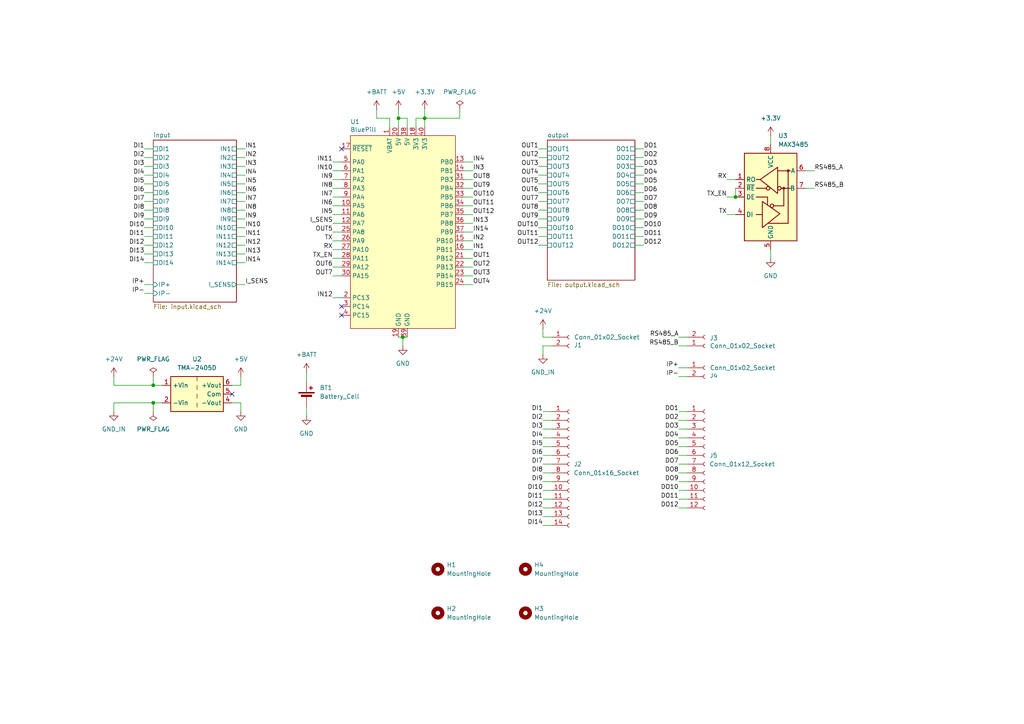
<source format=kicad_sch>
(kicad_sch (version 20231120) (generator "eeschema") (generator_version "8.0")
  (paper "A4")
  (lib_symbols
    (symbol "Connector:Conn_01x02_Socket" (pin_names (offset 1.016) hide)
      (property "Reference" "J" (at 0 2.54 0))
      (property "Value" "Conn_01x02_Socket" (at 0 -5.08 0))
      (symbol "Conn_01x02_Socket_1_1"
        (arc (start 0 -2.032) (mid -0.5058 -2.54) (end 0 -3.048) (stroke (width 0.1524)))
        (polyline (pts (xy -1.27 -2.54) (xy -0.508 -2.54)) (stroke (width 0.1524)))
        (polyline (pts (xy -1.27 0) (xy -0.508 0)) (stroke (width 0.1524)))
        (arc (start 0 0.508) (mid -0.5058 0) (end 0 -0.508) (stroke (width 0.1524)))
        (pin passive line (at -5.08 0 0) (length 3.81) (name "Pin_1") (number "1"))
        (pin passive line (at -5.08 -2.54 0) (length 3.81) (name "Pin_2") (number "2"))
      )
    )
    (symbol "Connector:Conn_01x12_Socket" (pin_names (offset 1.016) hide)
      (property "Reference" "J" (at 0 15.24 0))
      (property "Value" "Conn_01x12_Socket" (at 0 -17.78 0))
      (symbol "Conn_01x12_Socket_1_1"
        (arc (start 0 -14.732) (mid -0.5058 -15.24) (end 0 -15.748) (stroke (width 0.1524)))
        (arc (start 0 -12.192) (mid -0.5058 -12.7) (end 0 -13.208) (stroke (width 0.1524)))
        (arc (start 0 -9.652) (mid -0.5058 -10.16) (end 0 -10.668) (stroke (width 0.1524)))
        (arc (start 0 -7.112) (mid -0.5058 -7.62) (end 0 -8.128) (stroke (width 0.1524)))
        (arc (start 0 -4.572) (mid -0.5058 -5.08) (end 0 -5.588) (stroke (width 0.1524)))
        (arc (start 0 -2.032) (mid -0.5058 -2.54) (end 0 -3.048) (stroke (width 0.1524)))
        (polyline (pts (xy -1.27 -15.24) (xy -0.508 -15.24)) (stroke (width 0.1524)))
        (polyline (pts (xy -1.27 -12.7) (xy -0.508 -12.7)) (stroke (width 0.1524)))
        (polyline (pts (xy -1.27 -10.16) (xy -0.508 -10.16)) (stroke (width 0.1524)))
        (polyline (pts (xy -1.27 -7.62) (xy -0.508 -7.62)) (stroke (width 0.1524)))
        (polyline (pts (xy -1.27 -5.08) (xy -0.508 -5.08)) (stroke (width 0.1524)))
        (polyline (pts (xy -1.27 -2.54) (xy -0.508 -2.54)) (stroke (width 0.1524)))
        (polyline (pts (xy -1.27 0) (xy -0.508 0)) (stroke (width 0.1524)))
        (polyline (pts (xy -1.27 2.54) (xy -0.508 2.54)) (stroke (width 0.1524)))
        (polyline (pts (xy -1.27 5.08) (xy -0.508 5.08)) (stroke (width 0.1524)))
        (polyline (pts (xy -1.27 7.62) (xy -0.508 7.62)) (stroke (width 0.1524)))
        (polyline (pts (xy -1.27 10.16) (xy -0.508 10.16)) (stroke (width 0.1524)))
        (polyline (pts (xy -1.27 12.7) (xy -0.508 12.7)) (stroke (width 0.1524)))
        (arc (start 0 0.508) (mid -0.5058 0) (end 0 -0.508) (stroke (width 0.1524)))
        (arc (start 0 3.048) (mid -0.5058 2.54) (end 0 2.032) (stroke (width 0.1524)))
        (arc (start 0 5.588) (mid -0.5058 5.08) (end 0 4.572) (stroke (width 0.1524)))
        (arc (start 0 8.128) (mid -0.5058 7.62) (end 0 7.112) (stroke (width 0.1524)))
        (arc (start 0 10.668) (mid -0.5058 10.16) (end 0 9.652) (stroke (width 0.1524)))
        (arc (start 0 13.208) (mid -0.5058 12.7) (end 0 12.192) (stroke (width 0.1524)))
        (pin passive line (at -5.08 12.7 0) (length 3.81) (name "Pin_1") (number "1"))
        (pin passive line (at -5.08 -10.16 0) (length 3.81) (name "Pin_10") (number "10"))
        (pin passive line (at -5.08 -12.7 0) (length 3.81) (name "Pin_11") (number "11"))
        (pin passive line (at -5.08 -15.24 0) (length 3.81) (name "Pin_12") (number "12"))
        (pin passive line (at -5.08 10.16 0) (length 3.81) (name "Pin_2") (number "2"))
        (pin passive line (at -5.08 7.62 0) (length 3.81) (name "Pin_3") (number "3"))
        (pin passive line (at -5.08 5.08 0) (length 3.81) (name "Pin_4") (number "4"))
        (pin passive line (at -5.08 2.54 0) (length 3.81) (name "Pin_5") (number "5"))
        (pin passive line (at -5.08 0 0) (length 3.81) (name "Pin_6") (number "6"))
        (pin passive line (at -5.08 -2.54 0) (length 3.81) (name "Pin_7") (number "7"))
        (pin passive line (at -5.08 -5.08 0) (length 3.81) (name "Pin_8") (number "8"))
        (pin passive line (at -5.08 -7.62 0) (length 3.81) (name "Pin_9") (number "9"))
      )
    )
    (symbol "Connector:Conn_01x14_Socket" (pin_names (offset 1.016) hide)
      (property "Reference" "J" (at 0 17.78 0))
      (property "Value" "Conn_01x14_Socket" (at 0 -20.32 0))
      (symbol "Conn_01x14_Socket_1_1"
        (arc (start 0 -17.272) (mid -0.5058 -17.78) (end 0 -18.288) (stroke (width 0.1524)))
        (arc (start 0 -14.732) (mid -0.5058 -15.24) (end 0 -15.748) (stroke (width 0.1524)))
        (arc (start 0 -12.192) (mid -0.5058 -12.7) (end 0 -13.208) (stroke (width 0.1524)))
        (arc (start 0 -9.652) (mid -0.5058 -10.16) (end 0 -10.668) (stroke (width 0.1524)))
        (arc (start 0 -7.112) (mid -0.5058 -7.62) (end 0 -8.128) (stroke (width 0.1524)))
        (arc (start 0 -4.572) (mid -0.5058 -5.08) (end 0 -5.588) (stroke (width 0.1524)))
        (arc (start 0 -2.032) (mid -0.5058 -2.54) (end 0 -3.048) (stroke (width 0.1524)))
        (polyline (pts (xy -1.27 -17.78) (xy -0.508 -17.78)) (stroke (width 0.1524)))
        (polyline (pts (xy -1.27 -15.24) (xy -0.508 -15.24)) (stroke (width 0.1524)))
        (polyline (pts (xy -1.27 -12.7) (xy -0.508 -12.7)) (stroke (width 0.1524)))
        (polyline (pts (xy -1.27 -10.16) (xy -0.508 -10.16)) (stroke (width 0.1524)))
        (polyline (pts (xy -1.27 -7.62) (xy -0.508 -7.62)) (stroke (width 0.1524)))
        (polyline (pts (xy -1.27 -5.08) (xy -0.508 -5.08)) (stroke (width 0.1524)))
        (polyline (pts (xy -1.27 -2.54) (xy -0.508 -2.54)) (stroke (width 0.1524)))
        (polyline (pts (xy -1.27 0) (xy -0.508 0)) (stroke (width 0.1524)))
        (polyline (pts (xy -1.27 2.54) (xy -0.508 2.54)) (stroke (width 0.1524)))
        (polyline (pts (xy -1.27 5.08) (xy -0.508 5.08)) (stroke (width 0.1524)))
        (polyline (pts (xy -1.27 7.62) (xy -0.508 7.62)) (stroke (width 0.1524)))
        (polyline (pts (xy -1.27 10.16) (xy -0.508 10.16)) (stroke (width 0.1524)))
        (polyline (pts (xy -1.27 12.7) (xy -0.508 12.7)) (stroke (width 0.1524)))
        (polyline (pts (xy -1.27 15.24) (xy -0.508 15.24)) (stroke (width 0.1524)))
        (arc (start 0 0.508) (mid -0.5058 0) (end 0 -0.508) (stroke (width 0.1524)))
        (arc (start 0 3.048) (mid -0.5058 2.54) (end 0 2.032) (stroke (width 0.1524)))
        (arc (start 0 5.588) (mid -0.5058 5.08) (end 0 4.572) (stroke (width 0.1524)))
        (arc (start 0 8.128) (mid -0.5058 7.62) (end 0 7.112) (stroke (width 0.1524)))
        (arc (start 0 10.668) (mid -0.5058 10.16) (end 0 9.652) (stroke (width 0.1524)))
        (arc (start 0 13.208) (mid -0.5058 12.7) (end 0 12.192) (stroke (width 0.1524)))
        (arc (start 0 15.748) (mid -0.5058 15.24) (end 0 14.732) (stroke (width 0.1524)))
        (pin passive line (at -5.08 15.24 0) (length 3.81) (name "Pin_1") (number "1"))
        (pin passive line (at -5.08 -7.62 0) (length 3.81) (name "Pin_10") (number "10"))
        (pin passive line (at -5.08 -10.16 0) (length 3.81) (name "Pin_11") (number "11"))
        (pin passive line (at -5.08 -12.7 0) (length 3.81) (name "Pin_12") (number "12"))
        (pin passive line (at -5.08 -15.24 0) (length 3.81) (name "Pin_13") (number "13"))
        (pin passive line (at -5.08 -17.78 0) (length 3.81) (name "Pin_14") (number "14"))
        (pin passive line (at -5.08 12.7 0) (length 3.81) (name "Pin_2") (number "2"))
        (pin passive line (at -5.08 10.16 0) (length 3.81) (name "Pin_3") (number "3"))
        (pin passive line (at -5.08 7.62 0) (length 3.81) (name "Pin_4") (number "4"))
        (pin passive line (at -5.08 5.08 0) (length 3.81) (name "Pin_5") (number "5"))
        (pin passive line (at -5.08 2.54 0) (length 3.81) (name "Pin_6") (number "6"))
        (pin passive line (at -5.08 0 0) (length 3.81) (name "Pin_7") (number "7"))
        (pin passive line (at -5.08 -2.54 0) (length 3.81) (name "Pin_8") (number "8"))
        (pin passive line (at -5.08 -5.08 0) (length 3.81) (name "Pin_9") (number "9"))
      )
    )
    (symbol "Converter_DCDC:TMA-2405D"
      (property "Reference" "U" (at -6.35 6.35 0))
      (property "Value" "TMA-2405D" (at 2.54 6.35 0))
      (symbol "TMA-2405D_0_1"
        (rectangle (start -7.62 5.08) (end 7.62 -5.08) (stroke (width 0.254)) (fill (type background)))
        (polyline (pts (xy 0 -2.54) (xy 0 -3.81)))
        (polyline (pts (xy 0 0) (xy 0 -1.27)))
        (polyline (pts (xy 0 2.54) (xy 0 1.27)))
        (polyline (pts (xy 0 5.08) (xy 0 3.81)))
      )
      (symbol "TMA-2405D_1_1"
        (pin power_in line (at -10.16 2.54 0) (length 2.54) (name "+Vin") (number "1"))
        (pin power_in line (at -10.16 -2.54 0) (length 2.54) (name "-Vin") (number "2"))
        (pin power_out line (at 10.16 -2.54 180) (length 2.54) (name "-Vout") (number "4"))
        (pin power_out line (at 10.16 0 180) (length 2.54) (name "Com") (number "5"))
        (pin power_out line (at 10.16 2.54 180) (length 2.54) (name "+Vout") (number "6"))
      )
    )
    (symbol "Device:Battery_Cell" (pin_numbers hide) (pin_names (offset 0) hide)
      (property "Reference" "BT" (at 2.54 2.54 0))
      (property "Value" "Battery_Cell" (at 2.54 0 0))
      (symbol "Battery_Cell_0_1"
        (rectangle (start -2.286 1.778) (end 2.286 1.524) (fill (type outline)))
        (rectangle (start -1.524 1.016) (end 1.524 0.508) (fill (type outline)))
        (polyline (pts (xy 0 0.762) (xy 0 0)))
        (polyline (pts (xy 0 1.778) (xy 0 2.54)))
        (polyline (pts (xy 0.762 3.048) (xy 1.778 3.048)) (stroke (width 0.254)))
        (polyline (pts (xy 1.27 3.556) (xy 1.27 2.54)) (stroke (width 0.254)))
      )
      (symbol "Battery_Cell_1_1"
        (pin passive line (at 0 5.08 270) (length 2.54) (name "+") (number "1"))
        (pin passive line (at 0 -2.54 90) (length 2.54) (name "-") (number "2"))
      )
    )
    (symbol "Interface_UART:MAX3485"
      (property "Reference" "U" (at -6.985 13.97 0))
      (property "Value" "MAX3485" (at 1.905 13.97 0))
      (symbol "MAX3485_0_1"
        (rectangle (start -7.62 12.7) (end 7.62 -12.7) (stroke (width 0.254)) (fill (type background)))
        (polyline (pts (xy -4.191 2.54) (xy -1.27 2.54)) (stroke (width 0.254)))
        (polyline (pts (xy -2.54 -5.08) (xy -4.191 -5.08)) (stroke (width 0.254)))
        (polyline (pts (xy -0.635 -7.62) (xy 5.08 -7.62)) (stroke (width 0.254)))
        (polyline (pts (xy 0.889 -2.54) (xy 3.81 -2.54)) (stroke (width 0.254)))
        (polyline (pts (xy 2.032 7.62) (xy 5.715 7.62)) (stroke (width 0.254)))
        (polyline (pts (xy 3.048 2.54) (xy 5.715 2.54)) (stroke (width 0.254)))
        (polyline (pts (xy 3.81 -2.54) (xy 3.81 2.54)) (stroke (width 0.254)))
        (polyline (pts (xy 5.08 -7.62) (xy 5.08 7.62)) (stroke (width 0.254)))
        (polyline (pts (xy -4.191 0) (xy -0.889 0) (xy -0.889 -2.286)) (stroke (width 0.254)))
        (polyline (pts (xy -3.175 5.08) (xy -4.191 5.08) (xy -4.064 5.08)) (stroke (width 0.254)))
        (polyline (pts (xy -2.413 -5.08) (xy -2.413 -1.27) (xy 2.667 -4.826) (xy -2.413 -8.89) (xy -2.413 -5.08)) (stroke (width 0.254)))
        (circle (center 0.381 -2.54) (radius 0.508) (stroke (width 0.254)))
        (circle (center 3.81 2.54) (radius 0.2794) (stroke (width 0.254)) (fill (type outline)))
      )
      (symbol "MAX3485_1_1"
        (circle (center -0.762 2.54) (radius 0.508) (stroke (width 0.254)))
        (polyline (pts (xy 2.032 4.826) (xy 2.032 8.636) (xy -3.048 5.08) (xy 2.032 1.016) (xy 2.032 4.826)) (stroke (width 0.254)))
        (circle (center 2.54 2.54) (radius 0.508) (stroke (width 0.254)))
        (circle (center 5.08 7.62) (radius 0.2794) (stroke (width 0.254)) (fill (type outline)))
        (pin output line (at -10.16 5.08 0) (length 2.54) (name "RO") (number "1"))
        (pin input line (at -10.16 2.54 0) (length 2.54) (name "~{RE}") (number "2"))
        (pin input line (at -10.16 0 0) (length 2.54) (name "DE") (number "3"))
        (pin input line (at -10.16 -5.08 0) (length 2.54) (name "DI") (number "4"))
        (pin power_in line (at 0 -15.24 90) (length 2.54) (name "GND") (number "5"))
        (pin bidirectional line (at 10.16 7.62 180) (length 2.54) (name "A") (number "6"))
        (pin bidirectional line (at 10.16 2.54 180) (length 2.54) (name "B") (number "7"))
        (pin power_in line (at 0 15.24 270) (length 2.54) (name "VCC") (number "8"))
      )
    )
    (symbol "Mechanical:MountingHole" (pin_names (offset 1.016)) (exclude_from_sim yes) (in_bom no)
      (property "Reference" "H" (at 0 5.08 0))
      (property "Value" "MountingHole" (at 0 3.175 0))
      (symbol "MountingHole_0_1"
        (circle (center 0 0) (radius 1.27) (stroke (width 1.27)))
      )
    )
    (symbol "Project_Library:BluePill"
      (property "Reference" "U" (at 7.366 -30.734 0))
      (property "Value" "BluePill" (at 7.874 -32.512 0))
      (symbol "BluePill_1_1"
        (rectangle (start -15.24 27.94) (end 15.24 -27.94) (fill (type background)))
        (pin power_in line (at -3.81 30.48 270) (length 2.54) (name "VBAT") (number "1"))
        (pin bidirectional line (at -17.78 7.62 0) (length 2.54) (name "PA5") (number "10"))
        (pin bidirectional line (at -17.78 5.08 0) (length 2.54) (name "PA6") (number "11"))
        (pin bidirectional line (at -17.78 2.54 0) (length 2.54) (name "PA7") (number "12"))
        (pin bidirectional line (at 17.78 20.32 180) (length 2.54) (name "PB0") (number "13"))
        (pin bidirectional line (at 17.78 17.78 180) (length 2.54) (name "PB1") (number "14"))
        (pin bidirectional line (at 17.78 -2.54 180) (length 2.54) (name "PB10") (number "15"))
        (pin bidirectional line (at 17.78 -5.08 180) (length 2.54) (name "PB11") (number "16"))
        (pin input line (at -17.78 24.13 0) (length 2.54) (name "~{RESET}") (number "17"))
        (pin power_in line (at 3.81 30.48 270) (length 2.54) (name "3V3") (number "18"))
        (pin power_in line (at -1.27 -30.48 90) (length 2.54) (name "GND") (number "19"))
        (pin bidirectional line (at -17.78 -19.05 0) (length 2.54) (name "PС13") (number "2"))
        (pin power_in line (at -1.27 30.48 270) (length 2.54) (name "5V") (number "20"))
        (pin bidirectional line (at 17.78 -7.62 180) (length 2.54) (name "PB12") (number "21"))
        (pin bidirectional line (at 17.78 -10.16 180) (length 2.54) (name "PB13") (number "22"))
        (pin bidirectional line (at 17.78 -12.7 180) (length 2.54) (name "PB14") (number "23"))
        (pin bidirectional line (at 17.78 -15.24 180) (length 2.54) (name "PB15") (number "24"))
        (pin bidirectional line (at -17.78 0 0) (length 2.54) (name "PA8") (number "25"))
        (pin bidirectional line (at -17.78 -2.54 0) (length 2.54) (name "PA9") (number "26"))
        (pin bidirectional line (at -17.78 -5.08 0) (length 2.54) (name "PA10") (number "27"))
        (pin bidirectional line (at -17.78 -7.62 0) (length 2.54) (name "PA11") (number "28"))
        (pin bidirectional line (at -17.78 -10.16 0) (length 2.54) (name "PA12") (number "29"))
        (pin bidirectional line (at -17.78 -21.59 0) (length 2.54) (name "PС14") (number "3"))
        (pin bidirectional line (at -17.78 -12.7 0) (length 2.54) (name "PA15") (number "30"))
        (pin bidirectional line (at 17.78 15.24 180) (length 2.54) (name "PB3") (number "31"))
        (pin bidirectional line (at 17.78 12.7 180) (length 2.54) (name "PB4") (number "32"))
        (pin bidirectional line (at 17.78 10.16 180) (length 2.54) (name "PB5") (number "33"))
        (pin bidirectional line (at 17.78 7.62 180) (length 2.54) (name "PB6") (number "34"))
        (pin bidirectional line (at 17.78 5.08 180) (length 2.54) (name "PB7") (number "35"))
        (pin bidirectional line (at 17.78 2.54 180) (length 2.54) (name "PB8") (number "36"))
        (pin bidirectional line (at 17.78 0 180) (length 2.54) (name "PB9") (number "37"))
        (pin power_in line (at 1.27 30.48 270) (length 2.54) (name "5V") (number "38"))
        (pin power_in line (at 1.27 -30.48 90) (length 2.54) (name "GND") (number "39"))
        (pin bidirectional line (at -17.78 -24.13 0) (length 2.54) (name "PС15") (number "4"))
        (pin power_in line (at 6.35 30.48 270) (length 2.54) (name "3V3") (number "40"))
        (pin bidirectional line (at -17.78 20.32 0) (length 2.54) (name "PA0") (number "5"))
        (pin bidirectional line (at -17.78 17.78 0) (length 2.54) (name "PA1") (number "6"))
        (pin bidirectional line (at -17.78 15.24 0) (length 2.54) (name "PA2") (number "7"))
        (pin bidirectional line (at -17.78 12.7 0) (length 2.54) (name "PA3") (number "8"))
        (pin bidirectional line (at -17.78 10.16 0) (length 2.54) (name "PA4") (number "9"))
      )
    )
    (symbol "power:+24V" (power) (pin_numbers hide) (pin_names (offset 0) hide)
      (property "Value" "+24V" (at 0 3.556 0))
      (symbol "+24V_0_1"
        (polyline (pts (xy -0.762 1.27) (xy 0 2.54)))
        (polyline (pts (xy 0 0) (xy 0 2.54)))
        (polyline (pts (xy 0 2.54) (xy 0.762 1.27)))
      )
      (symbol "+24V_1_1"
        (pin power_in line (at 0 0 90) (length 0) (name "~") (number "1"))
      )
    )
    (symbol "power:+5V" (power) (pin_numbers hide) (pin_names (offset 0) hide)
      (property "Value" "+5V" (at 0 3.556 0))
      (symbol "+5V_0_1"
        (polyline (pts (xy -0.762 1.27) (xy 0 2.54)))
        (polyline (pts (xy 0 0) (xy 0 2.54)))
        (polyline (pts (xy 0 2.54) (xy 0.762 1.27)))
      )
      (symbol "+5V_1_1"
        (pin power_in line (at 0 0 90) (length 0) (name "~") (number "1"))
      )
    )
    (symbol "power:+BATT" (power) (pin_numbers hide) (pin_names (offset 0) hide)
      (property "Value" "+BATT" (at 0 3.556 0))
      (symbol "+BATT_0_1"
        (polyline (pts (xy -0.762 1.27) (xy 0 2.54)))
        (polyline (pts (xy 0 0) (xy 0 2.54)))
        (polyline (pts (xy 0 2.54) (xy 0.762 1.27)))
      )
      (symbol "+BATT_1_1"
        (pin power_in line (at 0 0 90) (length 0) (name "~") (number "1"))
      )
    )
    (symbol "power:GND" (power) (pin_numbers hide) (pin_names (offset 0) hide)
      (property "Value" "GND" (at 0 -3.81 0))
      (symbol "GND_0_1"
        (polyline (pts (xy 0 0) (xy 0 -1.27) (xy 1.27 -1.27) (xy 0 -2.54) (xy -1.27 -1.27) (xy 0 -1.27)))
      )
      (symbol "GND_1_1"
        (pin power_in line (at 0 0 270) (length 0) (name "~") (number "1"))
      )
    )
    (symbol "power:PWR_FLAG" (power) (pin_numbers hide) (pin_names (offset 0) hide)
      (property "Value" "PWR_FLAG" (at 0 3.81 0))
      (symbol "PWR_FLAG_0_0"
        (pin power_out line (at 0 0 90) (length 0) (name "~") (number "1"))
      )
      (symbol "PWR_FLAG_0_1"
        (polyline (pts (xy 0 0) (xy 0 1.27) (xy -1.016 1.905) (xy 0 2.54) (xy 1.016 1.905) (xy 0 1.27)))
      )
    )
  )
  (junction (at 116.84 97.79))
  (junction (at 123.19 34.29))
  (junction (at 213.36 57.15))
  (junction (at 115.57 34.29))
  (junction (at 44.45 111.76))
  (junction (at 44.45 116.84))
  (no_connect (at 99.06 43.18))
  (no_connect (at 99.06 91.44))
  (no_connect (at 99.06 88.9))
  (no_connect (at 67.31 114.3))
  (wire (pts (xy 96.52 46.99) (xy 99.06 46.99)))
  (wire (pts (xy 113.03 36.83) (xy 113.03 34.29)))
  (wire (pts (xy 213.36 54.61) (xy 213.36 57.15)))
  (wire (pts (xy 41.91 66.04) (xy 44.45 66.04)))
  (wire (pts (xy 44.45 109.22) (xy 44.45 111.76)))
  (wire (pts (xy 196.85 147.32) (xy 199.39 147.32)))
  (wire (pts (xy 96.52 77.47) (xy 99.06 77.47)))
  (wire (pts (xy 123.19 34.29) (xy 120.65 34.29)))
  (wire (pts (xy 196.85 100.33) (xy 199.39 100.33)))
  (wire (pts (xy 233.68 49.53) (xy 236.22 49.53)))
  (wire (pts (xy 137.16 80.01) (xy 134.62 80.01)))
  (wire (pts (xy 156.21 53.34) (xy 158.75 53.34)))
  (wire (pts (xy 157.48 137.16) (xy 160.02 137.16)))
  (wire (pts (xy 41.91 45.72) (xy 44.45 45.72)))
  (wire (pts (xy 115.57 31.75) (xy 115.57 34.29)))
  (wire (pts (xy 157.48 129.54) (xy 160.02 129.54)))
  (wire (pts (xy 88.9 107.95) (xy 88.9 110.49)))
  (wire (pts (xy 115.57 97.79) (xy 116.84 97.79)))
  (wire (pts (xy 44.45 119.38) (xy 44.45 116.84)))
  (wire (pts (xy 137.16 62.23) (xy 134.62 62.23)))
  (wire (pts (xy 123.19 36.83) (xy 123.19 34.29)))
  (wire (pts (xy 115.57 34.29) (xy 115.57 36.83)))
  (wire (pts (xy 156.21 63.5) (xy 158.75 63.5)))
  (wire (pts (xy 69.85 111.76) (xy 69.85 109.22)))
  (wire (pts (xy 41.91 71.12) (xy 44.45 71.12)))
  (wire (pts (xy 210.82 57.15) (xy 213.36 57.15)))
  (wire (pts (xy 137.16 67.31) (xy 134.62 67.31)))
  (wire (pts (xy 44.45 116.84) (xy 33.02 116.84)))
  (wire (pts (xy 186.69 43.18) (xy 184.15 43.18)))
  (wire (pts (xy 196.85 144.78) (xy 199.39 144.78)))
  (wire (pts (xy 186.69 60.96) (xy 184.15 60.96)))
  (wire (pts (xy 96.52 74.93) (xy 99.06 74.93)))
  (wire (pts (xy 96.52 49.53) (xy 99.06 49.53)))
  (wire (pts (xy 41.91 58.42) (xy 44.45 58.42)))
  (wire (pts (xy 233.68 54.61) (xy 236.22 54.61)))
  (wire (pts (xy 68.58 43.18) (xy 71.12 43.18)))
  (wire (pts (xy 157.48 100.33) (xy 160.02 100.33)))
  (wire (pts (xy 123.19 31.75) (xy 123.19 34.29)))
  (wire (pts (xy 196.85 129.54) (xy 199.39 129.54)))
  (wire (pts (xy 96.52 62.23) (xy 99.06 62.23)))
  (wire (pts (xy 68.58 68.58) (xy 71.12 68.58)))
  (wire (pts (xy 68.58 45.72) (xy 71.12 45.72)))
  (wire (pts (xy 157.48 142.24) (xy 160.02 142.24)))
  (wire (pts (xy 157.48 134.62) (xy 160.02 134.62)))
  (wire (pts (xy 41.91 82.55) (xy 44.45 82.55)))
  (wire (pts (xy 67.31 116.84) (xy 69.85 116.84)))
  (wire (pts (xy 156.21 58.42) (xy 158.75 58.42)))
  (wire (pts (xy 33.02 109.22) (xy 33.02 111.76)))
  (wire (pts (xy 157.48 139.7) (xy 160.02 139.7)))
  (wire (pts (xy 33.02 116.84) (xy 33.02 119.38)))
  (wire (pts (xy 41.91 76.2) (xy 44.45 76.2)))
  (wire (pts (xy 96.52 72.39) (xy 99.06 72.39)))
  (wire (pts (xy 156.21 50.8) (xy 158.75 50.8)))
  (wire (pts (xy 96.52 69.85) (xy 99.06 69.85)))
  (wire (pts (xy 68.58 50.8) (xy 71.12 50.8)))
  (wire (pts (xy 137.16 82.55) (xy 134.62 82.55)))
  (wire (pts (xy 133.35 31.75) (xy 133.35 34.29)))
  (wire (pts (xy 44.45 111.76) (xy 46.99 111.76)))
  (wire (pts (xy 157.48 147.32) (xy 160.02 147.32)))
  (wire (pts (xy 134.62 74.93) (xy 137.16 74.93)))
  (wire (pts (xy 196.85 109.22) (xy 199.39 109.22)))
  (wire (pts (xy 41.91 48.26) (xy 44.45 48.26)))
  (wire (pts (xy 68.58 48.26) (xy 71.12 48.26)))
  (wire (pts (xy 69.85 116.84) (xy 69.85 119.38)))
  (wire (pts (xy 68.58 71.12) (xy 71.12 71.12)))
  (wire (pts (xy 109.22 34.29) (xy 109.22 31.75)))
  (wire (pts (xy 96.52 52.07) (xy 99.06 52.07)))
  (wire (pts (xy 157.48 119.38) (xy 160.02 119.38)))
  (wire (pts (xy 68.58 73.66) (xy 71.12 73.66)))
  (wire (pts (xy 196.85 119.38) (xy 199.39 119.38)))
  (wire (pts (xy 186.69 48.26) (xy 184.15 48.26)))
  (wire (pts (xy 196.85 121.92) (xy 199.39 121.92)))
  (wire (pts (xy 68.58 63.5) (xy 71.12 63.5)))
  (wire (pts (xy 118.11 36.83) (xy 118.11 34.29)))
  (wire (pts (xy 223.52 72.39) (xy 223.52 74.93)))
  (wire (pts (xy 41.91 60.96) (xy 44.45 60.96)))
  (wire (pts (xy 68.58 58.42) (xy 71.12 58.42)))
  (wire (pts (xy 156.21 45.72) (xy 158.75 45.72)))
  (wire (pts (xy 186.69 50.8) (xy 184.15 50.8)))
  (wire (pts (xy 196.85 142.24) (xy 199.39 142.24)))
  (wire (pts (xy 41.91 43.18) (xy 44.45 43.18)))
  (wire (pts (xy 157.48 124.46) (xy 160.02 124.46)))
  (wire (pts (xy 156.21 43.18) (xy 158.75 43.18)))
  (wire (pts (xy 137.16 54.61) (xy 134.62 54.61)))
  (wire (pts (xy 96.52 57.15) (xy 99.06 57.15)))
  (wire (pts (xy 210.82 52.07) (xy 213.36 52.07)))
  (wire (pts (xy 116.84 97.79) (xy 118.11 97.79)))
  (wire (pts (xy 196.85 134.62) (xy 199.39 134.62)))
  (wire (pts (xy 41.91 85.09) (xy 44.45 85.09)))
  (wire (pts (xy 68.58 66.04) (xy 71.12 66.04)))
  (wire (pts (xy 41.91 55.88) (xy 44.45 55.88)))
  (wire (pts (xy 137.16 72.39) (xy 134.62 72.39)))
  (wire (pts (xy 88.9 120.65) (xy 88.9 118.11)))
  (wire (pts (xy 157.48 144.78) (xy 160.02 144.78)))
  (wire (pts (xy 157.48 152.4) (xy 160.02 152.4)))
  (wire (pts (xy 157.48 127) (xy 160.02 127)))
  (wire (pts (xy 186.69 53.34) (xy 184.15 53.34)))
  (wire (pts (xy 186.69 63.5) (xy 184.15 63.5)))
  (wire (pts (xy 96.52 54.61) (xy 99.06 54.61)))
  (wire (pts (xy 96.52 86.36) (xy 99.06 86.36)))
  (wire (pts (xy 134.62 77.47) (xy 137.16 77.47)))
  (wire (pts (xy 157.48 149.86) (xy 160.02 149.86)))
  (wire (pts (xy 41.91 63.5) (xy 44.45 63.5)))
  (wire (pts (xy 186.69 68.58) (xy 184.15 68.58)))
  (wire (pts (xy 68.58 60.96) (xy 71.12 60.96)))
  (wire (pts (xy 196.85 124.46) (xy 199.39 124.46)))
  (wire (pts (xy 157.48 97.79) (xy 157.48 95.25)))
  (wire (pts (xy 196.85 139.7) (xy 199.39 139.7)))
  (wire (pts (xy 156.21 66.04) (xy 158.75 66.04)))
  (wire (pts (xy 186.69 55.88) (xy 184.15 55.88)))
  (wire (pts (xy 46.99 116.84) (xy 44.45 116.84)))
  (wire (pts (xy 133.35 34.29) (xy 123.19 34.29)))
  (wire (pts (xy 68.58 53.34) (xy 71.12 53.34)))
  (wire (pts (xy 196.85 106.68) (xy 199.39 106.68)))
  (wire (pts (xy 116.84 97.79) (xy 116.84 100.33)))
  (wire (pts (xy 137.16 46.99) (xy 134.62 46.99)))
  (wire (pts (xy 96.52 80.01) (xy 99.06 80.01)))
  (wire (pts (xy 118.11 34.29) (xy 115.57 34.29)))
  (wire (pts (xy 156.21 68.58) (xy 158.75 68.58)))
  (wire (pts (xy 196.85 127) (xy 199.39 127)))
  (wire (pts (xy 41.91 53.34) (xy 44.45 53.34)))
  (wire (pts (xy 196.85 97.79) (xy 199.39 97.79)))
  (wire (pts (xy 113.03 34.29) (xy 109.22 34.29)))
  (wire (pts (xy 157.48 132.08) (xy 160.02 132.08)))
  (wire (pts (xy 41.91 50.8) (xy 44.45 50.8)))
  (wire (pts (xy 157.48 121.92) (xy 160.02 121.92)))
  (wire (pts (xy 137.16 64.77) (xy 134.62 64.77)))
  (wire (pts (xy 196.85 132.08) (xy 199.39 132.08)))
  (wire (pts (xy 68.58 55.88) (xy 71.12 55.88)))
  (wire (pts (xy 137.16 59.69) (xy 134.62 59.69)))
  (wire (pts (xy 68.58 76.2) (xy 71.12 76.2)))
  (wire (pts (xy 186.69 45.72) (xy 184.15 45.72)))
  (wire (pts (xy 137.16 57.15) (xy 134.62 57.15)))
  (wire (pts (xy 186.69 58.42) (xy 184.15 58.42)))
  (wire (pts (xy 186.69 66.04) (xy 184.15 66.04)))
  (wire (pts (xy 33.02 111.76) (xy 44.45 111.76)))
  (wire (pts (xy 210.82 62.23) (xy 213.36 62.23)))
  (wire (pts (xy 96.52 59.69) (xy 99.06 59.69)))
  (wire (pts (xy 156.21 71.12) (xy 158.75 71.12)))
  (wire (pts (xy 137.16 52.07) (xy 134.62 52.07)))
  (wire (pts (xy 186.69 71.12) (xy 184.15 71.12)))
  (wire (pts (xy 137.16 49.53) (xy 134.62 49.53)))
  (wire (pts (xy 41.91 73.66) (xy 44.45 73.66)))
  (wire (pts (xy 156.21 48.26) (xy 158.75 48.26)))
  (wire (pts (xy 120.65 34.29) (xy 120.65 36.83)))
  (wire (pts (xy 96.52 67.31) (xy 99.06 67.31)))
  (wire (pts (xy 156.21 60.96) (xy 158.75 60.96)))
  (wire (pts (xy 196.85 137.16) (xy 199.39 137.16)))
  (wire (pts (xy 157.48 102.87) (xy 157.48 100.33)))
  (wire (pts (xy 137.16 69.85) (xy 134.62 69.85)))
  (wire (pts (xy 41.91 68.58) (xy 44.45 68.58)))
  (wire (pts (xy 223.52 39.37) (xy 223.52 41.91)))
  (wire (pts (xy 71.12 82.55) (xy 68.58 82.55)))
  (wire (pts (xy 67.31 111.76) (xy 69.85 111.76)))
  (wire (pts (xy 160.02 97.79) (xy 157.48 97.79)))
  (wire (pts (xy 156.21 55.88) (xy 158.75 55.88)))
  (wire (pts (xy 96.52 64.77) (xy 99.06 64.77)))
  (label "DI3" (at 41.91 48.26 180))
  (label "TX_EN" (at 96.52 74.93 180))
  (label "DO5" (at 196.85 129.54 180))
  (label "DO7" (at 186.69 58.42 0))
  (label "OUT12" (at 137.16 62.23 0))
  (label "DI2" (at 41.91 45.72 180))
  (label "IN7" (at 96.52 57.15 180))
  (label "DO12" (at 186.69 71.12 0))
  (label "OUT2" (at 137.16 77.47 0))
  (label "DI5" (at 157.48 129.54 180))
  (label "DI4" (at 157.48 127 180))
  (label "DI9" (at 157.48 139.7 180))
  (label "IN5" (at 96.52 62.23 180))
  (label "RX" (at 210.82 52.07 180))
  (label "DO9" (at 186.69 63.5 0))
  (label "I_SENS" (at 71.12 82.55 0))
  (label "DO11" (at 186.69 68.58 0))
  (label "IN14" (at 71.12 76.2 0))
  (label "OUT1" (at 137.16 74.93 0))
  (label "DO4" (at 196.85 127 180))
  (label "DO6" (at 196.85 132.08 180))
  (label "OUT3" (at 156.21 48.26 180))
  (label "IN3" (at 71.12 48.26 0))
  (label "OUT11" (at 137.16 59.69 0))
  (label "DI2" (at 157.48 121.92 180))
  (label "DO12" (at 196.85 147.32 180))
  (label "IP+" (at 196.85 106.68 180))
  (label "IN10" (at 71.12 66.04 0))
  (label "IN6" (at 71.12 55.88 0))
  (label "DI7" (at 41.91 58.42 180))
  (label "DI8" (at 41.91 60.96 180))
  (label "OUT12" (at 156.21 71.12 180))
  (label "DI1" (at 157.48 119.38 180))
  (label "RS485_A" (at 196.85 97.79 180))
  (label "DO7" (at 196.85 134.62 180))
  (label "OUT9" (at 156.21 63.5 180))
  (label "DO6" (at 186.69 55.88 0))
  (label "DO2" (at 186.69 45.72 0))
  (label "DI11" (at 157.48 144.78 180))
  (label "OUT3" (at 137.16 80.01 0))
  (label "IN14" (at 137.16 67.31 0))
  (label "OUT10" (at 137.16 57.15 0))
  (label "OUT8" (at 156.21 60.96 180))
  (label "IN4" (at 71.12 50.8 0))
  (label "DI10" (at 41.91 66.04 180))
  (label "IN6" (at 96.52 59.69 180))
  (label "RX" (at 96.52 72.39 180))
  (label "DI6" (at 157.48 132.08 180))
  (label "DO3" (at 196.85 124.46 180))
  (label "IN9" (at 71.12 63.5 0))
  (label "IP-" (at 41.91 85.09 180))
  (label "RS485_B" (at 196.85 100.33 180))
  (label "DI9" (at 41.91 63.5 180))
  (label "DI1" (at 41.91 43.18 180))
  (label "IN2" (at 137.16 69.85 0))
  (label "IN3" (at 137.16 49.53 0))
  (label "IN9" (at 96.52 52.07 180))
  (label "OUT5" (at 96.52 67.31 180))
  (label "IN8" (at 96.52 54.61 180))
  (label "DI11" (at 41.91 68.58 180))
  (label "OUT7" (at 156.21 58.42 180))
  (label "DO10" (at 186.69 66.04 0))
  (label "OUT6" (at 96.52 77.47 180))
  (label "OUT1" (at 156.21 43.18 180))
  (label "DI4" (at 41.91 50.8 180))
  (label "IN8" (at 71.12 60.96 0))
  (label "DI13" (at 157.48 149.86 180))
  (label "TX" (at 210.82 62.23 180))
  (label "DO10" (at 196.85 142.24 180))
  (label "IN5" (at 71.12 53.34 0))
  (label "OUT10" (at 156.21 66.04 180))
  (label "TX" (at 96.52 69.85 180))
  (label "DO8" (at 186.69 60.96 0))
  (label "DO4" (at 186.69 50.8 0))
  (label "OUT2" (at 156.21 45.72 180))
  (label "DO9" (at 196.85 139.7 180))
  (label "OUT5" (at 156.21 53.34 180))
  (label "IN10" (at 96.52 49.53 180))
  (label "DI5" (at 41.91 53.34 180))
  (label "IN11" (at 71.12 68.58 0))
  (label "IN12" (at 96.52 86.36 180))
  (label "DI6" (at 41.91 55.88 180))
  (label "IN7" (at 71.12 58.42 0))
  (label "IN13" (at 71.12 73.66 0))
  (label "DI3" (at 157.48 124.46 180))
  (label "OUT7" (at 96.52 80.01 180))
  (label "IN11" (at 96.52 46.99 180))
  (label "IN12" (at 71.12 71.12 0))
  (label "DI14" (at 157.48 152.4 180))
  (label "DO5" (at 186.69 53.34 0))
  (label "DI8" (at 157.48 137.16 180))
  (label "DI12" (at 41.91 71.12 180))
  (label "RS485_A" (at 236.22 49.53 0))
  (label "DO11" (at 196.85 144.78 180))
  (label "OUT6" (at 156.21 55.88 180))
  (label "IN1" (at 137.16 72.39 0))
  (label "IP-" (at 196.85 109.22 180))
  (label "OUT11" (at 156.21 68.58 180))
  (label "OUT4" (at 156.21 50.8 180))
  (label "IP+" (at 41.91 82.55 180))
  (label "IN13" (at 137.16 64.77 0))
  (label "DO1" (at 186.69 43.18 0))
  (label "RS485_B" (at 236.22 54.61 0))
  (label "IN4" (at 137.16 46.99 0))
  (label "I_SENS" (at 96.52 64.77 180))
  (label "DI14" (at 41.91 76.2 180))
  (label "OUT4" (at 137.16 82.55 0))
  (label "DO3" (at 186.69 48.26 0))
  (label "DI7" (at 157.48 134.62 180))
  (label "TX_EN" (at 210.82 57.15 180))
  (label "OUT8" (at 137.16 52.07 0))
  (label "DO2" (at 196.85 121.92 180))
  (label "OUT9" (at 137.16 54.61 0))
  (label "DI10" (at 157.48 142.24 180))
  (label "DI13" (at 41.91 73.66 180))
  (label "DO1" (at 196.85 119.38 180))
  (label "DO8" (at 196.85 137.16 180))
  (label "DI12" (at 157.48 147.32 180))
  (label "IN1" (at 71.12 43.18 0))
  (label "IN2" (at 71.12 45.72 0))
  (symbol (lib_id "power:+5V") (at 69.85 109.22 0) (unit 1)
    (property "Reference" "#PWR03" (effects (hide yes)))
    (property "Value" "+5V" (at 69.85 104.14 0))
    (property "Description" "Power symbol creates a global label with name \"+5V\"" (effects (hide yes)))
  )
  (symbol (lib_id "Converter_DCDC:TMA-2405D") (at 57.15 114.3 0) (unit 1)
    (property "Reference" "U2" (at 57.15 104.14 0))
    (property "Value" "TMA-2405D" (at 57.15 106.68 0))
    (property "Footprint" "Converter_DCDC:Converter_DCDC_TRACO_TMA-15xxD_24xxD_Dual_THT" (effects (hide yes)))
    (property "Datasheet" "https://www.tracopower.com/products/tma.pdf" (effects (hide yes)))
    (property "Description" "1W DC/DC converter unregulated, 21.6-26.4V input, ±5V fixed output voltage, 100mA each output, 1.0kVDC isolation, SIP-7" (effects (hide yes)))
  )
  (symbol (lib_id "power:GND") (at 69.85 119.38 0) (unit 1)
    (property "Reference" "#PWR013" (effects (hide yes)))
    (property "Value" "GND" (at 69.85 124.46 0))
    (property "Description" "Power symbol creates a global label with name \"GND\" , ground" (effects (hide yes)))
  )
  (symbol (lib_id "Mechanical:MountingHole") (at 152.4 177.8 0) (unit 1) (exclude_from_sim yes) (in_bom no)
    (property "Reference" "H3" (at 154.94 176.5299 0) (effects (justify left)))
    (property "Value" "MountingHole" (at 154.94 179.0699 0) (effects (justify left)))
    (property "Footprint" "MountingHole:MountingHole_4.3mm_M4" (effects (hide yes)))
    (property "Description" "Mounting Hole without connection" (effects (hide yes)))
  )
  (symbol (lib_id "Mechanical:MountingHole") (at 152.4 165.1 0) (unit 1) (exclude_from_sim yes) (in_bom no)
    (property "Reference" "H4" (at 154.94 163.8299 0) (effects (justify left)))
    (property "Value" "MountingHole" (at 154.94 166.3699 0) (effects (justify left)))
    (property "Footprint" "MountingHole:MountingHole_4.3mm_M4" (effects (hide yes)))
    (property "Description" "Mounting Hole without connection" (effects (hide yes)))
  )
  (symbol (lib_id "power:PWR_FLAG") (at 44.45 119.38 180) (unit 1)
    (property "Reference" "#FLG02" (effects (hide yes)))
    (property "Value" "PWR_FLAG" (at 44.45 124.46 0))
    (property "Description" "Special symbol for telling ERC where power comes from" (effects (hide yes)))
  )
  (symbol (lib_id "Connector:Conn_01x02_Socket") (at 204.47 100.33 0) (mirror x) (unit 1)
    (property "Reference" "J3" (at 207.01 98.044 0))
    (property "Value" "Conn_01x02_Socket" (at 215.392 100.33 0))
    (property "Footprint" "Connector_Phoenix_MC:PhoenixContact_MCV_1,5_2-G-3.5_1x02_P3.50mm_Vertical" (effects (hide yes)))
    (property "Description" "Generic connector, single row, 01x02, script generated" (effects (hide yes)))
  )
  (symbol (lib_id "power:PWR_FLAG") (at 44.45 109.22 0) (unit 1)
    (property "Reference" "#FLG01" (effects (hide yes)))
    (property "Value" "PWR_FLAG" (at 44.45 104.14 0))
    (property "Description" "Special symbol for telling ERC where power comes from" (effects (hide yes)))
  )
  (symbol (lib_id "Project_Library:BluePill") (at 116.84 67.31 0) (unit 1)
    (property "Reference" "U1" (at 101.6 35.306 0) (effects (justify left)))
    (property "Value" "BluePill" (at 101.6 37.592 0) (effects (justify left)))
    (property "Footprint" "Project_Library:BlackPill" (effects (hide yes)))
    (property "Description" "BluePill board" (effects (hide yes)))
  )
  (symbol (lib_id "power:GND") (at 88.9 120.65 0) (unit 1)
    (property "Reference" "#PWR010" (effects (hide yes)))
    (property "Value" "GND" (at 88.9 125.73 0))
    (property "Description" "Power symbol creates a global label with name \"GND\" , ground" (effects (hide yes)))
  )
  (symbol (lib_id "power:+5V") (at 115.57 31.75 0) (unit 1)
    (property "Reference" "#PWR04" (effects (hide yes)))
    (property "Value" "+5V" (at 115.57 26.67 0))
    (property "Description" "Power symbol creates a global label with name \"+5V\"" (effects (hide yes)))
  )
  (symbol (lib_id "Connector:Conn_01x14_Socket") (at 165.1 134.62 0) (unit 1)
    (property "Reference" "J2" (at 166.37 134.6199 0) (effects (justify left)))
    (property "Value" "Conn_01x16_Socket" (at 166.37 137.1599 0) (effects (justify left)))
    (property "Footprint" "Connector_Phoenix_MC:PhoenixContact_MCV_1,5_14-G-3.5_1x14_P3.50mm_Vertical" (effects (hide yes)))
    (property "Description" "Generic connector, single row, 01x14, script generated" (effects (hide yes)))
  )
  (symbol (lib_id "Mechanical:MountingHole") (at 127 165.1 0) (unit 1) (exclude_from_sim yes) (in_bom no)
    (property "Reference" "H1" (at 129.54 163.8299 0) (effects (justify left)))
    (property "Value" "MountingHole" (at 129.54 166.3699 0) (effects (justify left)))
    (property "Footprint" "MountingHole:MountingHole_4.3mm_M4" (effects (hide yes)))
    (property "Description" "Mounting Hole without connection" (effects (hide yes)))
  )
  (symbol (lib_id "power:GND") (at 116.84 100.33 0) (unit 1)
    (property "Reference" "#PWR05" (effects (hide yes)))
    (property "Value" "GND" (at 116.84 105.41 0))
    (property "Description" "Power symbol creates a global label with name \"GND\" , ground" (effects (hide yes)))
  )
  (symbol (lib_id "Connector:Conn_01x02_Socket") (at 165.1 97.79 0) (unit 1)
    (property "Reference" "J1" (at 167.64 100.076 0))
    (property "Value" "Conn_01x02_Socket" (at 176.022 97.79 0))
    (property "Footprint" "Connector_Phoenix_MC:PhoenixContact_MCV_1,5_2-G-3.5_1x02_P3.50mm_Vertical" (effects (hide yes)))
    (property "Description" "Generic connector, single row, 01x02, script generated" (effects (hide yes)))
  )
  (symbol (lib_id "Mechanical:MountingHole") (at 127 177.8 0) (unit 1) (exclude_from_sim yes) (in_bom no)
    (property "Reference" "H2" (at 129.54 176.5299 0) (effects (justify left)))
    (property "Value" "MountingHole" (at 129.54 179.0699 0) (effects (justify left)))
    (property "Footprint" "MountingHole:MountingHole_4.3mm_M4" (effects (hide yes)))
    (property "Description" "Mounting Hole without connection" (effects (hide yes)))
  )
  (symbol (lib_id "power:+24V") (at 157.48 95.25 0) (unit 1)
    (property "Reference" "#PWR077" (effects (hide yes)))
    (property "Value" "+24V" (at 157.48 90.17 0))
    (property "Description" "Power symbol creates a global label with name \"+24V\"" (effects (hide yes)))
  )
  (symbol (lib_id "Connector:Conn_01x12_Socket") (at 204.47 132.08 0) (unit 1)
    (property "Reference" "J5" (at 205.74 132.0799 0) (effects (justify left)))
    (property "Value" "Conn_01x12_Socket" (at 205.74 134.6199 0) (effects (justify left)))
    (property "Footprint" "Connector_Phoenix_MC:PhoenixContact_MCV_1,5_12-G-3.5_1x12_P3.50mm_Vertical" (effects (hide yes)))
    (property "Description" "Generic connector, single row, 01x12, script generated" (effects (hide yes)))
  )
  (symbol (lib_id "power:+24V") (at 33.02 109.22 0) (unit 1)
    (property "Reference" "#PWR02" (effects (hide yes)))
    (property "Value" "+24V" (at 33.02 104.14 0))
    (property "Description" "Power symbol creates a global label with name \"+24V\"" (effects (hide yes)))
  )
  (symbol (lib_id "power:GND") (at 223.52 74.93 0) (unit 1)
    (property "Reference" "#PWR075" (effects (hide yes)))
    (property "Value" "GND" (at 223.52 80.01 0))
    (property "Description" "Power symbol creates a global label with name \"GND\" , ground" (effects (hide yes)))
  )
  (symbol (lib_id "Connector:Conn_01x02_Socket") (at 204.47 106.68 0) (unit 1)
    (property "Reference" "J4" (at 207.01 108.966 0))
    (property "Value" "Conn_01x02_Socket" (at 215.392 106.68 0))
    (property "Footprint" "Connector_Phoenix_MC:PhoenixContact_MCV_1,5_2-G-3.5_1x02_P3.50mm_Vertical" (effects (hide yes)))
    (property "Description" "Generic connector, single row, 01x02, script generated" (effects (hide yes)))
  )
  (symbol (lib_id "power:GND") (at 157.48 102.87 0) (unit 1)
    (property "Reference" "#PWR078" (effects (hide yes)))
    (property "Value" "GND_IN" (at 157.48 107.95 0))
    (property "Description" "Power symbol creates a global label with name \"GND\" , ground" (effects (hide yes)))
  )
  (symbol (lib_id "power:+5V") (at 123.19 31.75 0) (unit 1)
    (property "Reference" "#PWR079" (effects (hide yes)))
    (property "Value" "+3.3V" (at 123.19 26.67 0))
    (property "Description" "Power symbol creates a global label with name \"+5V\"" (effects (hide yes)))
  )
  (symbol (lib_id "power:PWR_FLAG") (at 133.35 31.75 0) (unit 1)
    (property "Reference" "#FLG03" (effects (hide yes)))
    (property "Value" "PWR_FLAG" (at 133.35 26.67 0))
    (property "Description" "Special symbol for telling ERC where power comes from" (effects (hide yes)))
  )
  (symbol (lib_id "power:+BATT") (at 109.22 31.75 0) (unit 1)
    (property "Reference" "#PWR012" (effects (hide yes)))
    (property "Value" "+BATT" (at 109.22 26.67 0))
    (property "Description" "Power symbol creates a global label with name \"+BATT\"" (effects (hide yes)))
  )
  (symbol (lib_id "power:+BATT") (at 88.9 107.95 0) (unit 1)
    (property "Reference" "#PWR011" (effects (hide yes)))
    (property "Value" "+BATT" (at 88.9 102.87 0))
    (property "Description" "Power symbol creates a global label with name \"+BATT\"" (effects (hide yes)))
  )
  (symbol (lib_id "power:+5V") (at 223.52 39.37 0) (unit 1)
    (property "Reference" "#PWR076" (effects (hide yes)))
    (property "Value" "+3.3V" (at 223.52 34.29 0))
    (property "Description" "Power symbol creates a global label with name \"+5V\"" (effects (hide yes)))
  )
  (symbol (lib_id "Device:Battery_Cell") (at 88.9 115.57 0) (unit 1)
    (property "Reference" "BT1" (at 92.71 112.4584 0) (effects (justify left)))
    (property "Value" "Battery_Cell" (at 92.71 114.9984 0) (effects (justify left)))
    (property "Footprint" "Battery:Battery_Panasonic_CR1220-VCN_Vertical_CircularHoles" (effects (hide yes)))
    (property "Description" "Single-cell battery" (effects (hide yes)))
  )
  (symbol (lib_id "Interface_UART:MAX3485") (at 223.52 57.15 0) (unit 1)
    (property "Reference" "U3" (at 225.7141 39.37 0) (effects (justify left)))
    (property "Value" "MAX3485" (at 225.7141 41.91 0) (effects (justify left)))
    (property "Footprint" "Package_SO:SOIC-8_3.9x4.9mm_P1.27mm" (effects (hide yes)))
    (property "Datasheet" "https://datasheets.maximintegrated.com/en/ds/MAX3483-MAX3491.pdf" (effects (hide yes)))
    (property "Description" "True RS-485/RS-422, 10Mbps, Slew-Rate Limited, with low-power shutdown, with receiver/driver enable, 32 receiver drive capacitity, DIP-8 and SOIC-8" (effects (hide yes)))
  )
  (symbol (lib_id "power:GND") (at 33.02 119.38 0) (unit 1)
    (property "Reference" "#PWR01" (effects (hide yes)))
    (property "Value" "GND_IN" (at 33.02 124.46 0))
    (property "Description" "Power symbol creates a global label with name \"GND\" , ground" (effects (hide yes)))
  )
  (sheet (at 44.45 40.64) (size 24.13 46.99) (stroke (width 0.1524))
    (property "Sheetname" "input" (at 44.45 39.9284 0) (effects (justify left bottom)))
    (property "Sheetfile" "input.kicad_sch" (at 44.45 88.2146 0) (effects (justify left top)))
    (pin "DI1" passive (at 44.45 43.18 180))
    (pin "DI5" passive (at 44.45 53.34 180))
    (pin "DI4" passive (at 44.45 50.8 180))
    (pin "DI8" passive (at 44.45 60.96 180))
    (pin "DI2" passive (at 44.45 45.72 180))
    (pin "DI3" passive (at 44.45 48.26 180))
    (pin "DI7" passive (at 44.45 58.42 180))
    (pin "DI6" passive (at 44.45 55.88 180))
    (pin "DI14" passive (at 44.45 76.2 180))
    (pin "DI10" passive (at 44.45 66.04 180))
    (pin "DI11" passive (at 44.45 68.58 180))
    (pin "DI9" passive (at 44.45 63.5 180))
    (pin "DI13" passive (at 44.45 73.66 180))
    (pin "DI12" passive (at 44.45 71.12 180))
    (pin "IN5" passive (at 68.58 53.34 0))
    (pin "IN1" passive (at 68.58 43.18 0))
    (pin "IN8" passive (at 68.58 60.96 0))
    (pin "IN4" passive (at 68.58 50.8 0))
    (pin "IN3" passive (at 68.58 48.26 0))
    (pin "IN7" passive (at 68.58 58.42 0))
    (pin "IN6" passive (at 68.58 55.88 0))
    (pin "IN2" passive (at 68.58 45.72 0))
    (pin "IN11" passive (at 68.58 68.58 0))
    (pin "IN10" passive (at 68.58 66.04 0))
    (pin "IN14" passive (at 68.58 76.2 0))
    (pin "IN9" passive (at 68.58 63.5 0))
    (pin "IN13" passive (at 68.58 73.66 0))
    (pin "IN12" passive (at 68.58 71.12 0))
    (pin "I_SENS" output (at 68.58 82.55 0))
    (pin "IP+" input (at 44.45 82.55 180))
    (pin "IP-" input (at 44.45 85.09 180))
  )
  (sheet (at 158.75 40.64) (size 25.4 40.64) (stroke (width 0.1524))
    (property "Sheetname" "output" (at 158.75 39.9284 0) (effects (justify left bottom)))
    (property "Sheetfile" "output.kicad_sch" (at 158.75 81.8646 0) (effects (justify left top)))
    (pin "OUT1" passive (at 158.75 43.18 180))
    (pin "DO1" passive (at 184.15 43.18 0))
    (pin "DO5" passive (at 184.15 53.34 0))
    (pin "DO9" passive (at 184.15 63.5 0))
    (pin "OUT9" passive (at 158.75 63.5 180))
    (pin "OUT5" passive (at 158.75 53.34 180))
    (pin "DO2" passive (at 184.15 45.72 0))
    (pin "DO6" passive (at 184.15 55.88 0))
    (pin "DO10" passive (at 184.15 66.04 0))
    (pin "OUT2" passive (at 158.75 45.72 180))
    (pin "DO3" passive (at 184.15 48.26 0))
    (pin "OUT3" passive (at 158.75 48.26 180))
    (pin "OUT8" passive (at 158.75 60.96 180))
    (pin "DO8" passive (at 184.15 60.96 0))
    (pin "DO12" passive (at 184.15 71.12 0))
    (pin "OUT12" passive (at 158.75 71.12 180))
    (pin "OUT10" passive (at 158.75 66.04 180))
    (pin "OUT6" passive (at 158.75 55.88 180))
    (pin "DO7" passive (at 184.15 58.42 0))
    (pin "DO11" passive (at 184.15 68.58 0))
    (pin "OUT11" passive (at 158.75 68.58 180))
    (pin "OUT7" passive (at 158.75 58.42 180))
    (pin "DO4" passive (at 184.15 50.8 0))
    (pin "OUT4" passive (at 158.75 50.8 180))
  )
)
</source>
